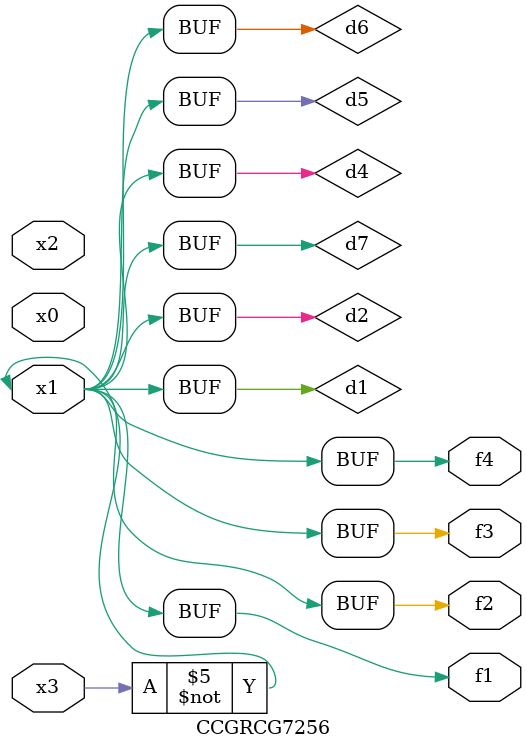
<source format=v>
module CCGRCG7256(
	input x0, x1, x2, x3,
	output f1, f2, f3, f4
);

	wire d1, d2, d3, d4, d5, d6, d7;

	not (d1, x3);
	buf (d2, x1);
	xnor (d3, d1, d2);
	nor (d4, d1);
	buf (d5, d1, d2);
	buf (d6, d4, d5);
	nand (d7, d4);
	assign f1 = d6;
	assign f2 = d7;
	assign f3 = d6;
	assign f4 = d6;
endmodule

</source>
